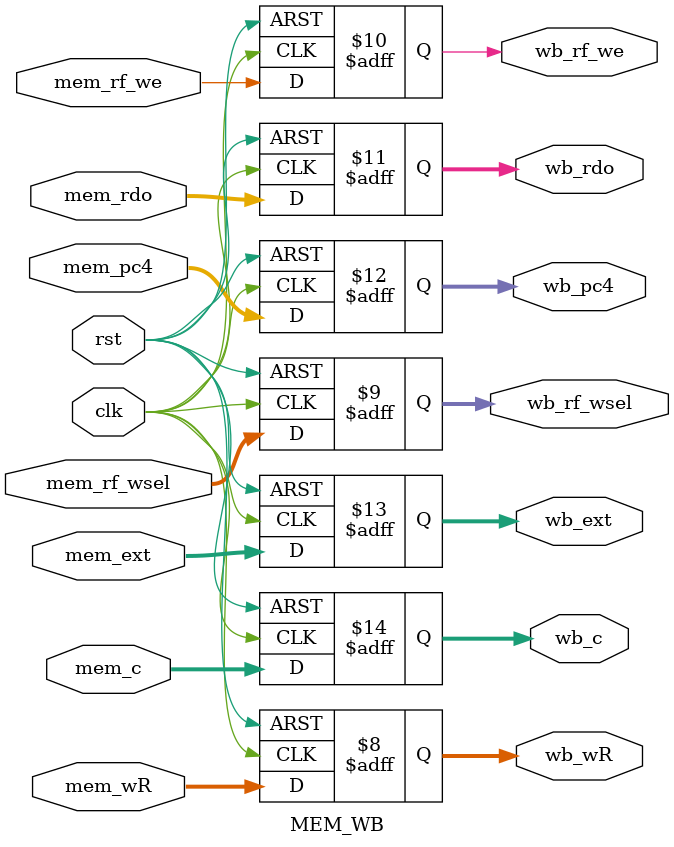
<source format=v>
module MEM_WB (
    input  wire        clk,
    input  wire        rst,
    input  wire [31:0] mem_c,
    input  wire [31:0] mem_ext,
    input  wire [31:0] mem_pc4,
    input  wire [31:0] mem_rdo,
    input  wire        mem_rf_we,
    input  wire [ 1:0] mem_rf_wsel,
    input  wire [ 4:0] mem_wR,
    output reg  [31:0] wb_c,
    output reg  [31:0] wb_ext,
    output reg  [31:0] wb_pc4,
    output reg  [31:0] wb_rdo,
    output reg         wb_rf_we,
    output reg  [ 1:0] wb_rf_wsel,
    output reg  [ 4:0] wb_wR
);

  always @(posedge clk or posedge rst) begin
    if (rst) wb_c <= 32'd0;
    else wb_c <= mem_c;
  end

  always @(posedge clk or posedge rst) begin
    if (rst) wb_ext <= 32'd0;
    else wb_ext <= mem_ext;
  end

  always @(posedge clk or posedge rst) begin
    if (rst) wb_pc4 <= 32'd0;
    else wb_pc4 <= mem_pc4;
  end

  always @(posedge clk or posedge rst) begin
    if (rst) wb_rdo <= 32'd0;
    else wb_rdo <= mem_rdo;
  end

  always @(posedge clk or posedge rst) begin
    if (rst) wb_rf_we <= 1'd0;
    else wb_rf_we <= mem_rf_we;
  end

  always @(posedge clk or posedge rst) begin
    if (rst) wb_rf_wsel <= 2'd0;
    else wb_rf_wsel <= mem_rf_wsel;
  end

  always @(posedge clk or posedge rst) begin
    if (rst) wb_wR <= 5'd0;
    else wb_wR <= mem_wR;
  end

endmodule

</source>
